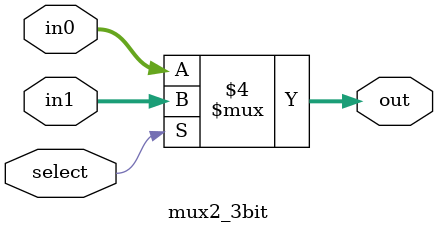
<source format=sv>
`timescale 1ns / 1ps


module mux2_3bit(input logic[2:0] in0, in1, 
                 input logic select, 
                 output logic[2:0] out);

always_comb begin


if(~select)
    out = in0;

else
    out = in1;

end

endmodule

</source>
